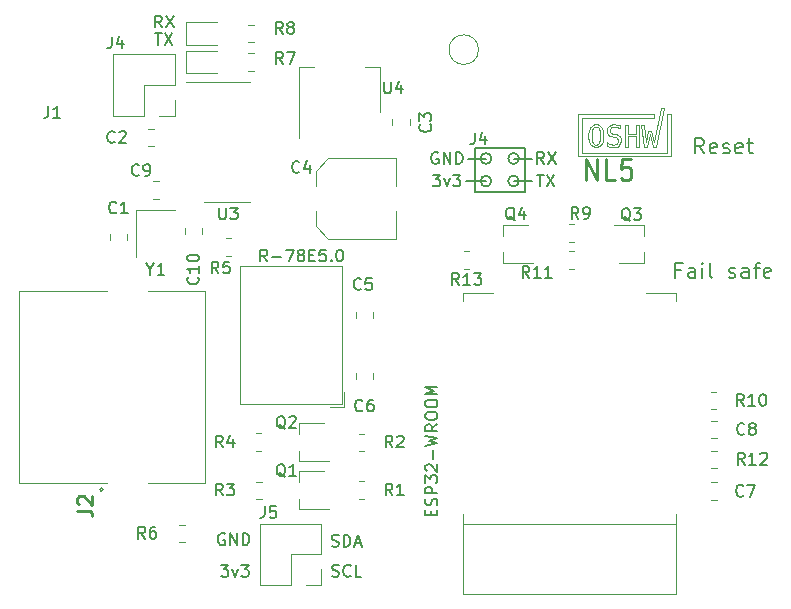
<source format=gto>
G04 #@! TF.GenerationSoftware,KiCad,Pcbnew,(6.0.1-0)*
G04 #@! TF.CreationDate,2022-04-29T09:17:41+02:00*
G04 #@! TF.ProjectId,ithowifi_4l,6974686f-7769-4666-995f-346c2e6b6963,rev?*
G04 #@! TF.SameCoordinates,Original*
G04 #@! TF.FileFunction,Legend,Top*
G04 #@! TF.FilePolarity,Positive*
%FSLAX46Y46*%
G04 Gerber Fmt 4.6, Leading zero omitted, Abs format (unit mm)*
G04 Created by KiCad (PCBNEW (6.0.1-0)) date 2022-04-29 09:17:41*
%MOMM*%
%LPD*%
G01*
G04 APERTURE LIST*
%ADD10C,0.150000*%
%ADD11C,0.120000*%
%ADD12C,0.223242*%
%ADD13C,0.254000*%
%ADD14C,0.100000*%
%ADD15C,0.200000*%
G04 APERTURE END LIST*
D10*
X90043000Y-118364000D02*
X90043000Y-118491000D01*
X91389905Y-119253000D02*
G75*
G03*
X91389905Y-119253000I-457905J0D01*
G01*
X93726000Y-121158000D02*
G75*
G03*
X93726000Y-121158000I-457905J0D01*
G01*
X93726000Y-119253000D02*
G75*
G03*
X93726000Y-119253000I-457905J0D01*
G01*
D11*
X99651693Y-116889581D02*
X99740710Y-116629383D01*
X102694384Y-116385188D02*
X102694384Y-116385188D01*
X101214941Y-118170605D02*
X101192894Y-118161511D01*
X100232672Y-116554961D02*
X100191605Y-116554961D01*
X104816910Y-117136774D02*
X104566364Y-118237000D01*
X100164321Y-116351558D02*
X100232672Y-116351558D01*
X99972500Y-117923361D02*
X100068964Y-118025621D01*
X102358713Y-117731286D02*
X102358713Y-117789401D01*
X100569740Y-117662655D02*
X100590964Y-117400273D01*
X99875487Y-117225267D02*
X99875487Y-117312897D01*
X101486960Y-117058542D02*
X101697805Y-117148356D01*
X99076500Y-115791031D02*
X105179825Y-115791031D01*
X102222285Y-118111067D02*
X102195000Y-118134232D01*
X100673372Y-118074389D02*
X100506078Y-118213327D01*
X101456917Y-118244722D02*
X101434869Y-118240048D01*
X101266477Y-117195499D02*
X101198405Y-117076982D01*
X102119211Y-117694050D02*
X102058297Y-117547187D01*
X101437902Y-117318130D02*
X101305339Y-117234919D01*
X100814205Y-117735147D02*
X100724629Y-117995040D01*
X104685389Y-116893696D02*
X104946907Y-116893696D01*
X100520683Y-116758923D02*
X100506626Y-116729967D01*
X101475667Y-117047772D02*
X101486960Y-117058542D01*
X102195000Y-118134232D02*
X102167715Y-118157346D01*
X102119211Y-117747237D02*
X102119211Y-117694050D01*
X101617602Y-117381528D02*
X101437902Y-117318130D01*
X103883917Y-118237000D02*
X103632000Y-118237000D01*
X101718750Y-118273119D02*
X101653157Y-118273119D01*
X99896153Y-116963139D02*
X99875487Y-117225267D01*
X100396385Y-118025875D02*
X100492570Y-117924733D01*
X100301023Y-118272865D02*
X100232672Y-118272865D01*
X104474569Y-117888360D02*
X104685389Y-116893696D01*
X100506078Y-116411096D02*
X100673372Y-116550034D01*
X101762296Y-116555266D02*
X101633309Y-116576196D01*
X100699006Y-116589709D02*
X100724629Y-116629383D01*
X101659766Y-118069716D02*
X101718750Y-118069716D01*
X100724629Y-116629383D02*
X100814205Y-116889581D01*
X102013928Y-117985388D02*
X102031292Y-117971062D01*
X100492570Y-116700757D02*
X100396385Y-116598548D01*
X101169460Y-116842997D02*
X101210806Y-116675713D01*
X100191605Y-116554961D02*
X100068964Y-116598548D01*
X99740710Y-117996107D02*
X99651693Y-117736519D01*
X100569740Y-116963139D02*
X100520683Y-116758923D01*
X100506078Y-118213327D02*
X100301023Y-118272865D01*
X101728671Y-117155824D02*
X101860136Y-117185593D01*
X101169460Y-116898928D02*
X101169460Y-116842997D01*
X101835605Y-116352117D02*
X101984160Y-116372793D01*
X101887421Y-118048481D02*
X101996286Y-117999459D01*
X101994081Y-118238372D02*
X101787371Y-118273119D01*
X103632000Y-117144241D02*
X103632000Y-116385188D01*
X101434321Y-116734692D02*
X101408687Y-116828926D01*
X101363490Y-116476983D02*
X101530231Y-116389353D01*
X102058297Y-117547187D02*
X102046171Y-117535046D01*
X100590964Y-117225267D02*
X100569740Y-116963139D01*
X100164046Y-118272865D02*
X99958997Y-118213327D01*
X106250029Y-118757639D02*
X99076500Y-118757639D01*
X99958444Y-117894456D02*
X99972500Y-117923361D01*
X102252053Y-116448586D02*
X102252053Y-116702993D01*
X100590964Y-117312897D02*
X100590964Y-117312897D01*
X101478694Y-118249395D02*
X101456917Y-118244722D01*
X100396385Y-116598548D02*
X100273464Y-116554961D01*
X102946301Y-118237000D02*
X102694384Y-118237000D01*
X99896153Y-117661538D02*
X99944382Y-117865246D01*
X105305504Y-118237000D02*
X105068471Y-118237000D01*
X103632000Y-118237000D02*
X103632000Y-117355061D01*
X102022747Y-116592452D02*
X102003723Y-116586153D01*
X102031292Y-117971062D02*
X102092750Y-117882873D01*
X102328944Y-117530372D02*
X102358713Y-117680842D01*
D10*
X90932000Y-119253000D02*
X89408000Y-119253000D01*
D11*
X102946301Y-117144241D02*
X103632000Y-117144241D01*
X102092750Y-117882873D02*
X102119211Y-117781172D01*
X100520683Y-117866617D02*
X100569740Y-117662655D01*
X100232672Y-118272865D02*
X100164046Y-118272865D01*
X101633309Y-116576196D02*
X101528859Y-116624456D01*
X99958997Y-118213327D02*
X99791703Y-118075253D01*
X101286046Y-117215361D02*
X101266477Y-117195499D01*
X101408687Y-116860371D02*
X101408687Y-116907209D01*
X105179825Y-115473531D02*
X98759000Y-115473531D01*
X104297073Y-116385188D02*
X104474569Y-117888360D01*
X105179825Y-115791031D02*
X105179825Y-115473531D01*
X105068471Y-118237000D02*
X104816910Y-117136774D01*
X104329281Y-118237000D02*
X104052878Y-116385188D01*
X99651693Y-117736519D02*
X99613654Y-117418714D01*
X102003997Y-116376958D02*
X102023570Y-116380819D01*
X100273464Y-116554961D02*
X100232672Y-116554961D01*
X100852788Y-117312897D02*
X100852788Y-117312897D01*
X102085033Y-117263571D02*
X102219800Y-117354807D01*
X105761079Y-115009371D02*
X106005274Y-115009371D01*
X101792059Y-116555266D02*
X101762296Y-116555266D01*
X99791703Y-118075253D02*
X99766343Y-118035832D01*
X101528859Y-116624456D02*
X101511770Y-116638477D01*
X100724629Y-117995040D02*
X100699006Y-118034715D01*
X100590964Y-117312897D02*
X100590964Y-117225267D01*
X101464364Y-117037003D02*
X101475667Y-117047772D01*
X101408687Y-116907209D02*
X101464364Y-117037003D01*
X100232672Y-116351558D02*
X100301023Y-116351558D01*
D10*
X90043000Y-118491000D02*
X90043000Y-122047000D01*
D11*
X101408687Y-116828926D02*
X101408687Y-116860371D01*
D10*
X91389905Y-121158000D02*
G75*
G03*
X91389905Y-121158000I-457905J0D01*
G01*
D11*
X101946954Y-117470276D02*
X101824033Y-117428925D01*
X106256633Y-115473531D02*
X106250029Y-118757639D01*
X101824033Y-117428925D02*
X101794264Y-117422321D01*
X102167715Y-118157346D02*
X101994081Y-118238372D01*
X106005274Y-115009371D02*
X105305504Y-118237000D01*
X103632000Y-116385188D02*
X103883917Y-116385188D01*
X101779659Y-116352117D02*
X101835605Y-116352117D01*
X100492570Y-117924733D02*
X100506626Y-117895827D01*
X102023570Y-116380819D02*
X102230280Y-116440611D01*
X103883917Y-116385188D02*
X103883917Y-118237000D01*
X104052878Y-116385188D02*
X104052878Y-116385188D01*
X100852788Y-117207081D02*
X100852788Y-117312897D01*
X102239648Y-117376550D02*
X102259490Y-117398089D01*
X102219800Y-117354807D02*
X102239648Y-117376550D01*
X99875487Y-117312897D02*
X99875487Y-117400019D01*
X101434869Y-118240048D02*
X101214941Y-118170605D01*
X106567529Y-115473531D02*
X106256633Y-115473531D01*
X101483104Y-118034461D02*
X101659766Y-118069716D01*
X101811353Y-116555266D02*
X101792059Y-116555266D01*
X101335657Y-116502079D02*
X101363490Y-116476983D01*
X100068964Y-116598548D02*
X99972500Y-116700757D01*
X101996286Y-117999459D02*
X102013928Y-117985388D01*
X99766343Y-118035832D02*
X99740710Y-117996107D01*
X100068964Y-118025621D02*
X100191605Y-118069462D01*
X100506626Y-117895827D02*
X100520683Y-117866617D01*
X101461885Y-118027552D02*
X101483104Y-118034461D01*
X99613654Y-117312897D02*
X99613654Y-117207081D01*
X101511770Y-116638477D02*
X101494407Y-116651989D01*
X101198405Y-117076982D02*
X101169460Y-116943327D01*
X102946301Y-116385188D02*
X102946301Y-117144241D01*
X101718750Y-118069716D02*
X101760914Y-118069716D01*
D10*
X94234000Y-122047000D02*
X94234000Y-118364000D01*
D11*
X101307819Y-116526869D02*
X101335657Y-116502079D01*
X98759000Y-119075139D02*
X106567529Y-119075139D01*
X100273464Y-118069462D02*
X100396385Y-118025875D01*
X99076500Y-118757639D02*
X99076500Y-115791031D01*
X101530231Y-116389353D02*
X101717094Y-116352117D01*
X99613654Y-117207081D02*
X99651693Y-116889581D01*
X100814205Y-116889581D02*
X100852788Y-117207081D01*
X101494407Y-116651989D02*
X101434321Y-116734692D01*
X101653157Y-118273119D02*
X101478694Y-118249395D01*
X98759000Y-115473531D02*
X98759000Y-115473531D01*
X102003723Y-116586153D02*
X101811353Y-116555266D01*
X102694384Y-118237000D02*
X102694384Y-116385188D01*
X101440661Y-118020389D02*
X101461885Y-118027552D01*
X101697805Y-117148356D02*
X101728671Y-117155824D01*
X99958444Y-116729967D02*
X99944382Y-116758923D01*
X102946301Y-117355061D02*
X102946301Y-118237000D01*
X101984160Y-116372793D02*
X102003997Y-116376958D01*
X102259490Y-117398089D02*
X102328944Y-117530372D01*
X99740710Y-116629383D02*
X99766343Y-116589709D01*
X99959820Y-116411096D02*
X100164321Y-116351558D01*
X99875487Y-117400019D02*
X99896153Y-117661538D01*
X104566364Y-118237000D02*
X104329281Y-118237000D01*
D10*
X94234000Y-118364000D02*
X90043000Y-118364000D01*
D11*
X101169460Y-116943327D02*
X101169460Y-116898928D01*
X101210806Y-116675713D02*
X101307819Y-116526869D01*
X102230280Y-116440611D02*
X102252053Y-116448891D01*
X100191605Y-118069462D02*
X100232672Y-118069462D01*
X101660599Y-117391180D02*
X101617602Y-117381528D01*
X102358713Y-117680842D02*
X102358713Y-117731286D01*
D10*
X93268095Y-121158000D02*
X94869000Y-121158000D01*
D11*
X99766343Y-116589709D02*
X99791977Y-116550034D01*
X101192894Y-118161511D02*
X101192894Y-117894964D01*
X101903408Y-117195499D02*
X102085033Y-117263571D01*
X102252053Y-116702993D02*
X102233029Y-116690597D01*
X103632000Y-117355061D02*
X102946301Y-117355061D01*
X99791977Y-116550034D02*
X99959820Y-116411096D01*
X100301023Y-116351558D02*
X100506078Y-116411096D01*
X98759000Y-115473531D02*
X98759000Y-119075139D01*
X100852788Y-117418460D02*
X100814205Y-117735147D01*
X99944382Y-116758923D02*
X99896153Y-116963139D01*
D10*
X90932000Y-121158000D02*
X89281000Y-121158000D01*
D11*
X102034040Y-117522651D02*
X101946954Y-117470276D01*
X102041762Y-116598548D02*
X102022747Y-116592452D01*
X101305339Y-117234919D02*
X101286046Y-117215361D01*
X102358713Y-117789401D02*
X102317646Y-117963899D01*
X101717094Y-116352117D02*
X101779659Y-116352117D01*
X101216592Y-117909848D02*
X101440661Y-118020389D01*
X102046171Y-117535046D02*
X102034040Y-117522651D01*
X101787371Y-118273119D02*
X101718750Y-118273119D01*
X104052878Y-116385188D02*
X104297073Y-116385188D01*
X102694384Y-116385188D02*
X102946301Y-116385188D01*
X106567529Y-119075139D02*
X106567529Y-115473531D01*
X104946907Y-116893696D02*
X105160267Y-117890849D01*
X100673372Y-116550034D02*
X100699006Y-116589709D01*
D10*
X93268095Y-119253000D02*
X94869000Y-119253000D01*
D11*
X102233029Y-116690597D02*
X102041762Y-116598548D01*
X99613654Y-117418714D02*
X99613654Y-117312897D01*
X100699006Y-118034715D02*
X100673372Y-118074389D01*
X102317646Y-117963899D02*
X102222285Y-118111067D01*
X101794264Y-117422321D02*
X101660599Y-117391180D01*
X100852788Y-117312897D02*
X100852788Y-117418460D01*
D10*
X90043000Y-122047000D02*
X94234000Y-122047000D01*
D11*
X102252053Y-116448891D02*
X102252053Y-116448586D01*
X101760914Y-118069716D02*
X101887421Y-118048481D01*
X101192894Y-117894964D02*
X101216592Y-117909848D01*
X99972500Y-116700757D02*
X99958444Y-116729967D01*
X105160267Y-117890849D02*
X105761079Y-115009371D01*
X101860136Y-117185593D02*
X101903408Y-117195499D01*
X99944382Y-117865246D02*
X99958444Y-117894456D01*
X100232672Y-118069462D02*
X100273464Y-118069462D01*
X102119211Y-117781172D02*
X102119211Y-117747237D01*
X100590964Y-117400273D02*
X100590964Y-117312897D01*
X100506626Y-116729967D02*
X100492570Y-116700757D01*
D10*
X77905123Y-154608161D02*
X78047980Y-154655780D01*
X78286076Y-154655780D01*
X78381314Y-154608161D01*
X78428933Y-154560542D01*
X78476552Y-154465304D01*
X78476552Y-154370066D01*
X78428933Y-154274828D01*
X78381314Y-154227209D01*
X78286076Y-154179590D01*
X78095600Y-154131971D01*
X78000361Y-154084352D01*
X77952742Y-154036733D01*
X77905123Y-153941495D01*
X77905123Y-153846257D01*
X77952742Y-153751019D01*
X78000361Y-153703400D01*
X78095600Y-153655780D01*
X78333695Y-153655780D01*
X78476552Y-153703400D01*
X79476552Y-154560542D02*
X79428933Y-154608161D01*
X79286076Y-154655780D01*
X79190838Y-154655780D01*
X79047980Y-154608161D01*
X78952742Y-154512923D01*
X78905123Y-154417685D01*
X78857504Y-154227209D01*
X78857504Y-154084352D01*
X78905123Y-153893876D01*
X78952742Y-153798638D01*
X79047980Y-153703400D01*
X79190838Y-153655780D01*
X79286076Y-153655780D01*
X79428933Y-153703400D01*
X79476552Y-153751019D01*
X80381314Y-154655780D02*
X79905123Y-154655780D01*
X79905123Y-153655780D01*
X77881314Y-152068161D02*
X78024171Y-152115780D01*
X78262266Y-152115780D01*
X78357504Y-152068161D01*
X78405123Y-152020542D01*
X78452742Y-151925304D01*
X78452742Y-151830066D01*
X78405123Y-151734828D01*
X78357504Y-151687209D01*
X78262266Y-151639590D01*
X78071790Y-151591971D01*
X77976552Y-151544352D01*
X77928933Y-151496733D01*
X77881314Y-151401495D01*
X77881314Y-151306257D01*
X77928933Y-151211019D01*
X77976552Y-151163400D01*
X78071790Y-151115780D01*
X78309885Y-151115780D01*
X78452742Y-151163400D01*
X78881314Y-152115780D02*
X78881314Y-151115780D01*
X79119409Y-151115780D01*
X79262266Y-151163400D01*
X79357504Y-151258638D01*
X79405123Y-151353876D01*
X79452742Y-151544352D01*
X79452742Y-151687209D01*
X79405123Y-151877685D01*
X79357504Y-151972923D01*
X79262266Y-152068161D01*
X79119409Y-152115780D01*
X78881314Y-152115780D01*
X79833695Y-151830066D02*
X80309885Y-151830066D01*
X79738457Y-152115780D02*
X80071790Y-151115780D01*
X80405123Y-152115780D01*
X68808695Y-151036400D02*
X68713457Y-150988780D01*
X68570600Y-150988780D01*
X68427742Y-151036400D01*
X68332504Y-151131638D01*
X68284885Y-151226876D01*
X68237266Y-151417352D01*
X68237266Y-151560209D01*
X68284885Y-151750685D01*
X68332504Y-151845923D01*
X68427742Y-151941161D01*
X68570600Y-151988780D01*
X68665838Y-151988780D01*
X68808695Y-151941161D01*
X68856314Y-151893542D01*
X68856314Y-151560209D01*
X68665838Y-151560209D01*
X69284885Y-151988780D02*
X69284885Y-150988780D01*
X69856314Y-151988780D01*
X69856314Y-150988780D01*
X70332504Y-151988780D02*
X70332504Y-150988780D01*
X70570600Y-150988780D01*
X70713457Y-151036400D01*
X70808695Y-151131638D01*
X70856314Y-151226876D01*
X70903933Y-151417352D01*
X70903933Y-151560209D01*
X70856314Y-151750685D01*
X70808695Y-151845923D01*
X70713457Y-151941161D01*
X70570600Y-151988780D01*
X70332504Y-151988780D01*
X68507123Y-153655780D02*
X69126171Y-153655780D01*
X68792838Y-154036733D01*
X68935695Y-154036733D01*
X69030933Y-154084352D01*
X69078552Y-154131971D01*
X69126171Y-154227209D01*
X69126171Y-154465304D01*
X69078552Y-154560542D01*
X69030933Y-154608161D01*
X68935695Y-154655780D01*
X68649980Y-154655780D01*
X68554742Y-154608161D01*
X68507123Y-154560542D01*
X69459504Y-153989114D02*
X69697600Y-154655780D01*
X69935695Y-153989114D01*
X70221409Y-153655780D02*
X70840457Y-153655780D01*
X70507123Y-154036733D01*
X70649980Y-154036733D01*
X70745219Y-154084352D01*
X70792838Y-154131971D01*
X70840457Y-154227209D01*
X70840457Y-154465304D01*
X70792838Y-154560542D01*
X70745219Y-154608161D01*
X70649980Y-154655780D01*
X70364266Y-154655780D01*
X70269028Y-154608161D01*
X70221409Y-154560542D01*
X86868095Y-118753000D02*
X86772857Y-118705380D01*
X86630000Y-118705380D01*
X86487142Y-118753000D01*
X86391904Y-118848238D01*
X86344285Y-118943476D01*
X86296666Y-119133952D01*
X86296666Y-119276809D01*
X86344285Y-119467285D01*
X86391904Y-119562523D01*
X86487142Y-119657761D01*
X86630000Y-119705380D01*
X86725238Y-119705380D01*
X86868095Y-119657761D01*
X86915714Y-119610142D01*
X86915714Y-119276809D01*
X86725238Y-119276809D01*
X87344285Y-119705380D02*
X87344285Y-118705380D01*
X87915714Y-119705380D01*
X87915714Y-118705380D01*
X88391904Y-119705380D02*
X88391904Y-118705380D01*
X88630000Y-118705380D01*
X88772857Y-118753000D01*
X88868095Y-118848238D01*
X88915714Y-118943476D01*
X88963333Y-119133952D01*
X88963333Y-119276809D01*
X88915714Y-119467285D01*
X88868095Y-119562523D01*
X88772857Y-119657761D01*
X88630000Y-119705380D01*
X88391904Y-119705380D01*
X86439523Y-120610380D02*
X87058571Y-120610380D01*
X86725238Y-120991333D01*
X86868095Y-120991333D01*
X86963333Y-121038952D01*
X87010952Y-121086571D01*
X87058571Y-121181809D01*
X87058571Y-121419904D01*
X87010952Y-121515142D01*
X86963333Y-121562761D01*
X86868095Y-121610380D01*
X86582380Y-121610380D01*
X86487142Y-121562761D01*
X86439523Y-121515142D01*
X87391904Y-120943714D02*
X87630000Y-121610380D01*
X87868095Y-120943714D01*
X88153809Y-120610380D02*
X88772857Y-120610380D01*
X88439523Y-120991333D01*
X88582380Y-120991333D01*
X88677619Y-121038952D01*
X88725238Y-121086571D01*
X88772857Y-121181809D01*
X88772857Y-121419904D01*
X88725238Y-121515142D01*
X88677619Y-121562761D01*
X88582380Y-121610380D01*
X88296666Y-121610380D01*
X88201428Y-121562761D01*
X88153809Y-121515142D01*
X95845333Y-119705380D02*
X95512000Y-119229190D01*
X95273904Y-119705380D02*
X95273904Y-118705380D01*
X95654857Y-118705380D01*
X95750095Y-118753000D01*
X95797714Y-118800619D01*
X95845333Y-118895857D01*
X95845333Y-119038714D01*
X95797714Y-119133952D01*
X95750095Y-119181571D01*
X95654857Y-119229190D01*
X95273904Y-119229190D01*
X96178666Y-118705380D02*
X96845333Y-119705380D01*
X96845333Y-118705380D02*
X96178666Y-119705380D01*
X95250095Y-120610380D02*
X95821523Y-120610380D01*
X95535809Y-121610380D02*
X95535809Y-120610380D01*
X96059619Y-120610380D02*
X96726285Y-121610380D01*
X96726285Y-120610380D02*
X96059619Y-121610380D01*
X89963666Y-117054380D02*
X89963666Y-117768666D01*
X89916047Y-117911523D01*
X89820809Y-118006761D01*
X89677952Y-118054380D01*
X89582714Y-118054380D01*
X90868428Y-117387714D02*
X90868428Y-118054380D01*
X90630333Y-117006761D02*
X90392238Y-117721047D01*
X91011285Y-117721047D01*
D12*
X99427132Y-121050837D02*
X99427132Y-119264897D01*
X100345616Y-121050837D01*
X100345616Y-119264897D01*
X101876421Y-121050837D02*
X101111019Y-121050837D01*
X101111019Y-119264897D01*
X103177606Y-119264897D02*
X102412203Y-119264897D01*
X102335663Y-120115344D01*
X102412203Y-120030300D01*
X102565284Y-119945255D01*
X102947985Y-119945255D01*
X103101066Y-120030300D01*
X103177606Y-120115344D01*
X103254147Y-120285434D01*
X103254147Y-120710658D01*
X103177606Y-120880747D01*
X103101066Y-120965792D01*
X102947985Y-121050837D01*
X102565284Y-121050837D01*
X102412203Y-120965792D01*
X102335663Y-120880747D01*
D10*
X86288571Y-149470380D02*
X86288571Y-149137047D01*
X86812380Y-148994190D02*
X86812380Y-149470380D01*
X85812380Y-149470380D01*
X85812380Y-148994190D01*
X86764761Y-148613238D02*
X86812380Y-148470380D01*
X86812380Y-148232285D01*
X86764761Y-148137047D01*
X86717142Y-148089428D01*
X86621904Y-148041809D01*
X86526666Y-148041809D01*
X86431428Y-148089428D01*
X86383809Y-148137047D01*
X86336190Y-148232285D01*
X86288571Y-148422761D01*
X86240952Y-148518000D01*
X86193333Y-148565619D01*
X86098095Y-148613238D01*
X86002857Y-148613238D01*
X85907619Y-148565619D01*
X85860000Y-148518000D01*
X85812380Y-148422761D01*
X85812380Y-148184666D01*
X85860000Y-148041809D01*
X86812380Y-147613238D02*
X85812380Y-147613238D01*
X85812380Y-147232285D01*
X85860000Y-147137047D01*
X85907619Y-147089428D01*
X86002857Y-147041809D01*
X86145714Y-147041809D01*
X86240952Y-147089428D01*
X86288571Y-147137047D01*
X86336190Y-147232285D01*
X86336190Y-147613238D01*
X85812380Y-146708476D02*
X85812380Y-146089428D01*
X86193333Y-146422761D01*
X86193333Y-146279904D01*
X86240952Y-146184666D01*
X86288571Y-146137047D01*
X86383809Y-146089428D01*
X86621904Y-146089428D01*
X86717142Y-146137047D01*
X86764761Y-146184666D01*
X86812380Y-146279904D01*
X86812380Y-146565619D01*
X86764761Y-146660857D01*
X86717142Y-146708476D01*
X85907619Y-145708476D02*
X85860000Y-145660857D01*
X85812380Y-145565619D01*
X85812380Y-145327523D01*
X85860000Y-145232285D01*
X85907619Y-145184666D01*
X86002857Y-145137047D01*
X86098095Y-145137047D01*
X86240952Y-145184666D01*
X86812380Y-145756095D01*
X86812380Y-145137047D01*
X86431428Y-144708476D02*
X86431428Y-143946571D01*
X85812380Y-143565619D02*
X86812380Y-143327523D01*
X86098095Y-143137047D01*
X86812380Y-142946571D01*
X85812380Y-142708476D01*
X86812380Y-141756095D02*
X86336190Y-142089428D01*
X86812380Y-142327523D02*
X85812380Y-142327523D01*
X85812380Y-141946571D01*
X85860000Y-141851333D01*
X85907619Y-141803714D01*
X86002857Y-141756095D01*
X86145714Y-141756095D01*
X86240952Y-141803714D01*
X86288571Y-141851333D01*
X86336190Y-141946571D01*
X86336190Y-142327523D01*
X85812380Y-141137047D02*
X85812380Y-140946571D01*
X85860000Y-140851333D01*
X85955238Y-140756095D01*
X86145714Y-140708476D01*
X86479047Y-140708476D01*
X86669523Y-140756095D01*
X86764761Y-140851333D01*
X86812380Y-140946571D01*
X86812380Y-141137047D01*
X86764761Y-141232285D01*
X86669523Y-141327523D01*
X86479047Y-141375142D01*
X86145714Y-141375142D01*
X85955238Y-141327523D01*
X85860000Y-141232285D01*
X85812380Y-141137047D01*
X85812380Y-140089428D02*
X85812380Y-139898952D01*
X85860000Y-139803714D01*
X85955238Y-139708476D01*
X86145714Y-139660857D01*
X86479047Y-139660857D01*
X86669523Y-139708476D01*
X86764761Y-139803714D01*
X86812380Y-139898952D01*
X86812380Y-140089428D01*
X86764761Y-140184666D01*
X86669523Y-140279904D01*
X86479047Y-140327523D01*
X86145714Y-140327523D01*
X85955238Y-140279904D01*
X85860000Y-140184666D01*
X85812380Y-140089428D01*
X86812380Y-139232285D02*
X85812380Y-139232285D01*
X86526666Y-138898952D01*
X85812380Y-138565619D01*
X86812380Y-138565619D01*
X112751142Y-140186380D02*
X112417809Y-139710190D01*
X112179714Y-140186380D02*
X112179714Y-139186380D01*
X112560666Y-139186380D01*
X112655904Y-139234000D01*
X112703523Y-139281619D01*
X112751142Y-139376857D01*
X112751142Y-139519714D01*
X112703523Y-139614952D01*
X112655904Y-139662571D01*
X112560666Y-139710190D01*
X112179714Y-139710190D01*
X113703523Y-140186380D02*
X113132095Y-140186380D01*
X113417809Y-140186380D02*
X113417809Y-139186380D01*
X113322571Y-139329238D01*
X113227333Y-139424476D01*
X113132095Y-139472095D01*
X114322571Y-139186380D02*
X114417809Y-139186380D01*
X114513047Y-139234000D01*
X114560666Y-139281619D01*
X114608285Y-139376857D01*
X114655904Y-139567333D01*
X114655904Y-139805428D01*
X114608285Y-139995904D01*
X114560666Y-140091142D01*
X114513047Y-140138761D01*
X114417809Y-140186380D01*
X114322571Y-140186380D01*
X114227333Y-140138761D01*
X114179714Y-140091142D01*
X114132095Y-139995904D01*
X114084476Y-139805428D01*
X114084476Y-139567333D01*
X114132095Y-139376857D01*
X114179714Y-139281619D01*
X114227333Y-139234000D01*
X114322571Y-139186380D01*
X72183666Y-148677380D02*
X72183666Y-149391666D01*
X72136047Y-149534523D01*
X72040809Y-149629761D01*
X71897952Y-149677380D01*
X71802714Y-149677380D01*
X73136047Y-148677380D02*
X72659857Y-148677380D01*
X72612238Y-149153571D01*
X72659857Y-149105952D01*
X72755095Y-149058333D01*
X72993190Y-149058333D01*
X73088428Y-149105952D01*
X73136047Y-149153571D01*
X73183666Y-149248809D01*
X73183666Y-149486904D01*
X73136047Y-149582142D01*
X73088428Y-149629761D01*
X72993190Y-149677380D01*
X72755095Y-149677380D01*
X72659857Y-149629761D01*
X72612238Y-149582142D01*
X80351333Y-130278142D02*
X80303714Y-130325761D01*
X80160857Y-130373380D01*
X80065619Y-130373380D01*
X79922761Y-130325761D01*
X79827523Y-130230523D01*
X79779904Y-130135285D01*
X79732285Y-129944809D01*
X79732285Y-129801952D01*
X79779904Y-129611476D01*
X79827523Y-129516238D01*
X79922761Y-129421000D01*
X80065619Y-129373380D01*
X80160857Y-129373380D01*
X80303714Y-129421000D01*
X80351333Y-129468619D01*
X81256095Y-129373380D02*
X80779904Y-129373380D01*
X80732285Y-129849571D01*
X80779904Y-129801952D01*
X80875142Y-129754333D01*
X81113238Y-129754333D01*
X81208476Y-129801952D01*
X81256095Y-129849571D01*
X81303714Y-129944809D01*
X81303714Y-130182904D01*
X81256095Y-130278142D01*
X81208476Y-130325761D01*
X81113238Y-130373380D01*
X80875142Y-130373380D01*
X80779904Y-130325761D01*
X80732285Y-130278142D01*
X112831642Y-145168880D02*
X112498309Y-144692690D01*
X112260214Y-145168880D02*
X112260214Y-144168880D01*
X112641166Y-144168880D01*
X112736404Y-144216500D01*
X112784023Y-144264119D01*
X112831642Y-144359357D01*
X112831642Y-144502214D01*
X112784023Y-144597452D01*
X112736404Y-144645071D01*
X112641166Y-144692690D01*
X112260214Y-144692690D01*
X113784023Y-145168880D02*
X113212595Y-145168880D01*
X113498309Y-145168880D02*
X113498309Y-144168880D01*
X113403071Y-144311738D01*
X113307833Y-144406976D01*
X113212595Y-144454595D01*
X114164976Y-144264119D02*
X114212595Y-144216500D01*
X114307833Y-144168880D01*
X114545928Y-144168880D01*
X114641166Y-144216500D01*
X114688785Y-144264119D01*
X114736404Y-144359357D01*
X114736404Y-144454595D01*
X114688785Y-144597452D01*
X114117357Y-145168880D01*
X114736404Y-145168880D01*
X88644642Y-129957380D02*
X88311309Y-129481190D01*
X88073214Y-129957380D02*
X88073214Y-128957380D01*
X88454166Y-128957380D01*
X88549404Y-129005000D01*
X88597023Y-129052619D01*
X88644642Y-129147857D01*
X88644642Y-129290714D01*
X88597023Y-129385952D01*
X88549404Y-129433571D01*
X88454166Y-129481190D01*
X88073214Y-129481190D01*
X89597023Y-129957380D02*
X89025595Y-129957380D01*
X89311309Y-129957380D02*
X89311309Y-128957380D01*
X89216071Y-129100238D01*
X89120833Y-129195476D01*
X89025595Y-129243095D01*
X89930357Y-128957380D02*
X90549404Y-128957380D01*
X90216071Y-129338333D01*
X90358928Y-129338333D01*
X90454166Y-129385952D01*
X90501785Y-129433571D01*
X90549404Y-129528809D01*
X90549404Y-129766904D01*
X90501785Y-129862142D01*
X90454166Y-129909761D01*
X90358928Y-129957380D01*
X90073214Y-129957380D01*
X89977976Y-129909761D01*
X89930357Y-129862142D01*
X53870266Y-114793780D02*
X53870266Y-115508066D01*
X53822647Y-115650923D01*
X53727409Y-115746161D01*
X53584552Y-115793780D01*
X53489314Y-115793780D01*
X54870266Y-115793780D02*
X54298838Y-115793780D01*
X54584552Y-115793780D02*
X54584552Y-114793780D01*
X54489314Y-114936638D01*
X54394076Y-115031876D01*
X54298838Y-115079495D01*
X112719333Y-147774642D02*
X112671714Y-147822261D01*
X112528857Y-147869880D01*
X112433619Y-147869880D01*
X112290761Y-147822261D01*
X112195523Y-147727023D01*
X112147904Y-147631785D01*
X112100285Y-147441309D01*
X112100285Y-147298452D01*
X112147904Y-147107976D01*
X112195523Y-147012738D01*
X112290761Y-146917500D01*
X112433619Y-146869880D01*
X112528857Y-146869880D01*
X112671714Y-146917500D01*
X112719333Y-146965119D01*
X113052666Y-146869880D02*
X113719333Y-146869880D01*
X113290761Y-147869880D01*
X73945761Y-142152619D02*
X73850523Y-142105000D01*
X73755285Y-142009761D01*
X73612428Y-141866904D01*
X73517190Y-141819285D01*
X73421952Y-141819285D01*
X73469571Y-142057380D02*
X73374333Y-142009761D01*
X73279095Y-141914523D01*
X73231476Y-141724047D01*
X73231476Y-141390714D01*
X73279095Y-141200238D01*
X73374333Y-141105000D01*
X73469571Y-141057380D01*
X73660047Y-141057380D01*
X73755285Y-141105000D01*
X73850523Y-141200238D01*
X73898142Y-141390714D01*
X73898142Y-141724047D01*
X73850523Y-141914523D01*
X73755285Y-142009761D01*
X73660047Y-142057380D01*
X73469571Y-142057380D01*
X74279095Y-141152619D02*
X74326714Y-141105000D01*
X74421952Y-141057380D01*
X74660047Y-141057380D01*
X74755285Y-141105000D01*
X74802904Y-141152619D01*
X74850523Y-141247857D01*
X74850523Y-141343095D01*
X74802904Y-141485952D01*
X74231476Y-142057380D01*
X74850523Y-142057380D01*
X73945761Y-146216619D02*
X73850523Y-146169000D01*
X73755285Y-146073761D01*
X73612428Y-145930904D01*
X73517190Y-145883285D01*
X73421952Y-145883285D01*
X73469571Y-146121380D02*
X73374333Y-146073761D01*
X73279095Y-145978523D01*
X73231476Y-145788047D01*
X73231476Y-145454714D01*
X73279095Y-145264238D01*
X73374333Y-145169000D01*
X73469571Y-145121380D01*
X73660047Y-145121380D01*
X73755285Y-145169000D01*
X73850523Y-145264238D01*
X73898142Y-145454714D01*
X73898142Y-145788047D01*
X73850523Y-145978523D01*
X73755285Y-146073761D01*
X73660047Y-146121380D01*
X73469571Y-146121380D01*
X74850523Y-146121380D02*
X74279095Y-146121380D01*
X74564809Y-146121380D02*
X74564809Y-145121380D01*
X74469571Y-145264238D01*
X74374333Y-145359476D01*
X74279095Y-145407095D01*
X83018333Y-147772380D02*
X82685000Y-147296190D01*
X82446904Y-147772380D02*
X82446904Y-146772380D01*
X82827857Y-146772380D01*
X82923095Y-146820000D01*
X82970714Y-146867619D01*
X83018333Y-146962857D01*
X83018333Y-147105714D01*
X82970714Y-147200952D01*
X82923095Y-147248571D01*
X82827857Y-147296190D01*
X82446904Y-147296190D01*
X83970714Y-147772380D02*
X83399285Y-147772380D01*
X83685000Y-147772380D02*
X83685000Y-146772380D01*
X83589761Y-146915238D01*
X83494523Y-147010476D01*
X83399285Y-147058095D01*
X83018333Y-143708380D02*
X82685000Y-143232190D01*
X82446904Y-143708380D02*
X82446904Y-142708380D01*
X82827857Y-142708380D01*
X82923095Y-142756000D01*
X82970714Y-142803619D01*
X83018333Y-142898857D01*
X83018333Y-143041714D01*
X82970714Y-143136952D01*
X82923095Y-143184571D01*
X82827857Y-143232190D01*
X82446904Y-143232190D01*
X83399285Y-142803619D02*
X83446904Y-142756000D01*
X83542142Y-142708380D01*
X83780238Y-142708380D01*
X83875476Y-142756000D01*
X83923095Y-142803619D01*
X83970714Y-142898857D01*
X83970714Y-142994095D01*
X83923095Y-143136952D01*
X83351666Y-143708380D01*
X83970714Y-143708380D01*
X68667333Y-147772380D02*
X68334000Y-147296190D01*
X68095904Y-147772380D02*
X68095904Y-146772380D01*
X68476857Y-146772380D01*
X68572095Y-146820000D01*
X68619714Y-146867619D01*
X68667333Y-146962857D01*
X68667333Y-147105714D01*
X68619714Y-147200952D01*
X68572095Y-147248571D01*
X68476857Y-147296190D01*
X68095904Y-147296190D01*
X69000666Y-146772380D02*
X69619714Y-146772380D01*
X69286380Y-147153333D01*
X69429238Y-147153333D01*
X69524476Y-147200952D01*
X69572095Y-147248571D01*
X69619714Y-147343809D01*
X69619714Y-147581904D01*
X69572095Y-147677142D01*
X69524476Y-147724761D01*
X69429238Y-147772380D01*
X69143523Y-147772380D01*
X69048285Y-147724761D01*
X69000666Y-147677142D01*
X68286333Y-128976380D02*
X67953000Y-128500190D01*
X67714904Y-128976380D02*
X67714904Y-127976380D01*
X68095857Y-127976380D01*
X68191095Y-128024000D01*
X68238714Y-128071619D01*
X68286333Y-128166857D01*
X68286333Y-128309714D01*
X68238714Y-128404952D01*
X68191095Y-128452571D01*
X68095857Y-128500190D01*
X67714904Y-128500190D01*
X69191095Y-127976380D02*
X68714904Y-127976380D01*
X68667285Y-128452571D01*
X68714904Y-128404952D01*
X68810142Y-128357333D01*
X69048238Y-128357333D01*
X69143476Y-128404952D01*
X69191095Y-128452571D01*
X69238714Y-128547809D01*
X69238714Y-128785904D01*
X69191095Y-128881142D01*
X69143476Y-128928761D01*
X69048238Y-128976380D01*
X68810142Y-128976380D01*
X68714904Y-128928761D01*
X68667285Y-128881142D01*
X82296095Y-112736380D02*
X82296095Y-113545904D01*
X82343714Y-113641142D01*
X82391333Y-113688761D01*
X82486571Y-113736380D01*
X82677047Y-113736380D01*
X82772285Y-113688761D01*
X82819904Y-113641142D01*
X82867523Y-113545904D01*
X82867523Y-112736380D01*
X83772285Y-113069714D02*
X83772285Y-113736380D01*
X83534190Y-112688761D02*
X83296095Y-113403047D01*
X83915142Y-113403047D01*
X62079633Y-151429980D02*
X61746300Y-150953790D01*
X61508204Y-151429980D02*
X61508204Y-150429980D01*
X61889157Y-150429980D01*
X61984395Y-150477600D01*
X62032014Y-150525219D01*
X62079633Y-150620457D01*
X62079633Y-150763314D01*
X62032014Y-150858552D01*
X61984395Y-150906171D01*
X61889157Y-150953790D01*
X61508204Y-150953790D01*
X62936776Y-150429980D02*
X62746300Y-150429980D01*
X62651061Y-150477600D01*
X62603442Y-150525219D01*
X62508204Y-150668076D01*
X62460585Y-150858552D01*
X62460585Y-151239504D01*
X62508204Y-151334742D01*
X62555823Y-151382361D01*
X62651061Y-151429980D01*
X62841538Y-151429980D01*
X62936776Y-151382361D01*
X62984395Y-151334742D01*
X63032014Y-151239504D01*
X63032014Y-151001409D01*
X62984395Y-150906171D01*
X62936776Y-150858552D01*
X62841538Y-150810933D01*
X62651061Y-150810933D01*
X62555823Y-150858552D01*
X62508204Y-150906171D01*
X62460585Y-151001409D01*
X72406238Y-127960380D02*
X72072904Y-127484190D01*
X71834809Y-127960380D02*
X71834809Y-126960380D01*
X72215761Y-126960380D01*
X72311000Y-127008000D01*
X72358619Y-127055619D01*
X72406238Y-127150857D01*
X72406238Y-127293714D01*
X72358619Y-127388952D01*
X72311000Y-127436571D01*
X72215761Y-127484190D01*
X71834809Y-127484190D01*
X72834809Y-127579428D02*
X73596714Y-127579428D01*
X73977666Y-126960380D02*
X74644333Y-126960380D01*
X74215761Y-127960380D01*
X75168142Y-127388952D02*
X75072904Y-127341333D01*
X75025285Y-127293714D01*
X74977666Y-127198476D01*
X74977666Y-127150857D01*
X75025285Y-127055619D01*
X75072904Y-127008000D01*
X75168142Y-126960380D01*
X75358619Y-126960380D01*
X75453857Y-127008000D01*
X75501476Y-127055619D01*
X75549095Y-127150857D01*
X75549095Y-127198476D01*
X75501476Y-127293714D01*
X75453857Y-127341333D01*
X75358619Y-127388952D01*
X75168142Y-127388952D01*
X75072904Y-127436571D01*
X75025285Y-127484190D01*
X74977666Y-127579428D01*
X74977666Y-127769904D01*
X75025285Y-127865142D01*
X75072904Y-127912761D01*
X75168142Y-127960380D01*
X75358619Y-127960380D01*
X75453857Y-127912761D01*
X75501476Y-127865142D01*
X75549095Y-127769904D01*
X75549095Y-127579428D01*
X75501476Y-127484190D01*
X75453857Y-127436571D01*
X75358619Y-127388952D01*
X75977666Y-127436571D02*
X76311000Y-127436571D01*
X76453857Y-127960380D02*
X75977666Y-127960380D01*
X75977666Y-126960380D01*
X76453857Y-126960380D01*
X77358619Y-126960380D02*
X76882428Y-126960380D01*
X76834809Y-127436571D01*
X76882428Y-127388952D01*
X76977666Y-127341333D01*
X77215761Y-127341333D01*
X77311000Y-127388952D01*
X77358619Y-127436571D01*
X77406238Y-127531809D01*
X77406238Y-127769904D01*
X77358619Y-127865142D01*
X77311000Y-127912761D01*
X77215761Y-127960380D01*
X76977666Y-127960380D01*
X76882428Y-127912761D01*
X76834809Y-127865142D01*
X77834809Y-127865142D02*
X77882428Y-127912761D01*
X77834809Y-127960380D01*
X77787190Y-127912761D01*
X77834809Y-127865142D01*
X77834809Y-127960380D01*
X78501476Y-126960380D02*
X78596714Y-126960380D01*
X78691952Y-127008000D01*
X78739571Y-127055619D01*
X78787190Y-127150857D01*
X78834809Y-127341333D01*
X78834809Y-127579428D01*
X78787190Y-127769904D01*
X78739571Y-127865142D01*
X78691952Y-127912761D01*
X78596714Y-127960380D01*
X78501476Y-127960380D01*
X78406238Y-127912761D01*
X78358619Y-127865142D01*
X78311000Y-127769904D01*
X78263380Y-127579428D01*
X78263380Y-127341333D01*
X78311000Y-127150857D01*
X78358619Y-127055619D01*
X78406238Y-127008000D01*
X78501476Y-126960380D01*
D13*
X56327523Y-149076833D02*
X57234666Y-149076833D01*
X57416095Y-149137309D01*
X57537047Y-149258261D01*
X57597523Y-149439690D01*
X57597523Y-149560642D01*
X56448476Y-148532547D02*
X56388000Y-148472071D01*
X56327523Y-148351119D01*
X56327523Y-148048738D01*
X56388000Y-147927785D01*
X56448476Y-147867309D01*
X56569428Y-147806833D01*
X56690380Y-147806833D01*
X56871809Y-147867309D01*
X57597523Y-148593023D01*
X57597523Y-147806833D01*
D10*
X68667333Y-143708380D02*
X68334000Y-143232190D01*
X68095904Y-143708380D02*
X68095904Y-142708380D01*
X68476857Y-142708380D01*
X68572095Y-142756000D01*
X68619714Y-142803619D01*
X68667333Y-142898857D01*
X68667333Y-143041714D01*
X68619714Y-143136952D01*
X68572095Y-143184571D01*
X68476857Y-143232190D01*
X68095904Y-143232190D01*
X69524476Y-143041714D02*
X69524476Y-143708380D01*
X69286380Y-142660761D02*
X69048285Y-143375047D01*
X69667333Y-143375047D01*
X80478333Y-140565142D02*
X80430714Y-140612761D01*
X80287857Y-140660380D01*
X80192619Y-140660380D01*
X80049761Y-140612761D01*
X79954523Y-140517523D01*
X79906904Y-140422285D01*
X79859285Y-140231809D01*
X79859285Y-140088952D01*
X79906904Y-139898476D01*
X79954523Y-139803238D01*
X80049761Y-139708000D01*
X80192619Y-139660380D01*
X80287857Y-139660380D01*
X80430714Y-139708000D01*
X80478333Y-139755619D01*
X81335476Y-139660380D02*
X81145000Y-139660380D01*
X81049761Y-139708000D01*
X81002142Y-139755619D01*
X80906904Y-139898476D01*
X80859285Y-140088952D01*
X80859285Y-140469904D01*
X80906904Y-140565142D01*
X80954523Y-140612761D01*
X81049761Y-140660380D01*
X81240238Y-140660380D01*
X81335476Y-140612761D01*
X81383095Y-140565142D01*
X81430714Y-140469904D01*
X81430714Y-140231809D01*
X81383095Y-140136571D01*
X81335476Y-140088952D01*
X81240238Y-140041333D01*
X81049761Y-140041333D01*
X80954523Y-140088952D01*
X80906904Y-140136571D01*
X80859285Y-140231809D01*
X86209142Y-116371666D02*
X86256761Y-116419285D01*
X86304380Y-116562142D01*
X86304380Y-116657380D01*
X86256761Y-116800238D01*
X86161523Y-116895476D01*
X86066285Y-116943095D01*
X85875809Y-116990714D01*
X85732952Y-116990714D01*
X85542476Y-116943095D01*
X85447238Y-116895476D01*
X85352000Y-116800238D01*
X85304380Y-116657380D01*
X85304380Y-116562142D01*
X85352000Y-116419285D01*
X85399619Y-116371666D01*
X85304380Y-116038333D02*
X85304380Y-115419285D01*
X85685333Y-115752619D01*
X85685333Y-115609761D01*
X85732952Y-115514523D01*
X85780571Y-115466904D01*
X85875809Y-115419285D01*
X86113904Y-115419285D01*
X86209142Y-115466904D01*
X86256761Y-115514523D01*
X86304380Y-115609761D01*
X86304380Y-115895476D01*
X86256761Y-115990714D01*
X86209142Y-116038333D01*
X94607142Y-129357380D02*
X94273809Y-128881190D01*
X94035714Y-129357380D02*
X94035714Y-128357380D01*
X94416666Y-128357380D01*
X94511904Y-128405000D01*
X94559523Y-128452619D01*
X94607142Y-128547857D01*
X94607142Y-128690714D01*
X94559523Y-128785952D01*
X94511904Y-128833571D01*
X94416666Y-128881190D01*
X94035714Y-128881190D01*
X95559523Y-129357380D02*
X94988095Y-129357380D01*
X95273809Y-129357380D02*
X95273809Y-128357380D01*
X95178571Y-128500238D01*
X95083333Y-128595476D01*
X94988095Y-128643095D01*
X96511904Y-129357380D02*
X95940476Y-129357380D01*
X96226190Y-129357380D02*
X96226190Y-128357380D01*
X96130952Y-128500238D01*
X96035714Y-128595476D01*
X95940476Y-128643095D01*
X93376761Y-124499619D02*
X93281523Y-124452000D01*
X93186285Y-124356761D01*
X93043428Y-124213904D01*
X92948190Y-124166285D01*
X92852952Y-124166285D01*
X92900571Y-124404380D02*
X92805333Y-124356761D01*
X92710095Y-124261523D01*
X92662476Y-124071047D01*
X92662476Y-123737714D01*
X92710095Y-123547238D01*
X92805333Y-123452000D01*
X92900571Y-123404380D01*
X93091047Y-123404380D01*
X93186285Y-123452000D01*
X93281523Y-123547238D01*
X93329142Y-123737714D01*
X93329142Y-124071047D01*
X93281523Y-124261523D01*
X93186285Y-124356761D01*
X93091047Y-124404380D01*
X92900571Y-124404380D01*
X94186285Y-123737714D02*
X94186285Y-124404380D01*
X93948190Y-123356761D02*
X93710095Y-124071047D01*
X94329142Y-124071047D01*
X103154761Y-124539619D02*
X103059523Y-124492000D01*
X102964285Y-124396761D01*
X102821428Y-124253904D01*
X102726190Y-124206285D01*
X102630952Y-124206285D01*
X102678571Y-124444380D02*
X102583333Y-124396761D01*
X102488095Y-124301523D01*
X102440476Y-124111047D01*
X102440476Y-123777714D01*
X102488095Y-123587238D01*
X102583333Y-123492000D01*
X102678571Y-123444380D01*
X102869047Y-123444380D01*
X102964285Y-123492000D01*
X103059523Y-123587238D01*
X103107142Y-123777714D01*
X103107142Y-124111047D01*
X103059523Y-124301523D01*
X102964285Y-124396761D01*
X102869047Y-124444380D01*
X102678571Y-124444380D01*
X103440476Y-123444380D02*
X104059523Y-123444380D01*
X103726190Y-123825333D01*
X103869047Y-123825333D01*
X103964285Y-123872952D01*
X104011904Y-123920571D01*
X104059523Y-124015809D01*
X104059523Y-124253904D01*
X104011904Y-124349142D01*
X103964285Y-124396761D01*
X103869047Y-124444380D01*
X103583333Y-124444380D01*
X103488095Y-124396761D01*
X103440476Y-124349142D01*
X75144333Y-120372142D02*
X75096714Y-120419761D01*
X74953857Y-120467380D01*
X74858619Y-120467380D01*
X74715761Y-120419761D01*
X74620523Y-120324523D01*
X74572904Y-120229285D01*
X74525285Y-120038809D01*
X74525285Y-119895952D01*
X74572904Y-119705476D01*
X74620523Y-119610238D01*
X74715761Y-119515000D01*
X74858619Y-119467380D01*
X74953857Y-119467380D01*
X75096714Y-119515000D01*
X75144333Y-119562619D01*
X76001476Y-119800714D02*
X76001476Y-120467380D01*
X75763380Y-119419761D02*
X75525285Y-120134047D01*
X76144333Y-120134047D01*
X98766333Y-124371380D02*
X98433000Y-123895190D01*
X98194904Y-124371380D02*
X98194904Y-123371380D01*
X98575857Y-123371380D01*
X98671095Y-123419000D01*
X98718714Y-123466619D01*
X98766333Y-123561857D01*
X98766333Y-123704714D01*
X98718714Y-123799952D01*
X98671095Y-123847571D01*
X98575857Y-123895190D01*
X98194904Y-123895190D01*
X99242523Y-124371380D02*
X99433000Y-124371380D01*
X99528238Y-124323761D01*
X99575857Y-124276142D01*
X99671095Y-124133285D01*
X99718714Y-123942809D01*
X99718714Y-123561857D01*
X99671095Y-123466619D01*
X99623476Y-123419000D01*
X99528238Y-123371380D01*
X99337761Y-123371380D01*
X99242523Y-123419000D01*
X99194904Y-123466619D01*
X99147285Y-123561857D01*
X99147285Y-123799952D01*
X99194904Y-123895190D01*
X99242523Y-123942809D01*
X99337761Y-123990428D01*
X99528238Y-123990428D01*
X99623476Y-123942809D01*
X99671095Y-123895190D01*
X99718714Y-123799952D01*
X112815033Y-142546342D02*
X112767414Y-142593961D01*
X112624557Y-142641580D01*
X112529319Y-142641580D01*
X112386461Y-142593961D01*
X112291223Y-142498723D01*
X112243604Y-142403485D01*
X112195985Y-142213009D01*
X112195985Y-142070152D01*
X112243604Y-141879676D01*
X112291223Y-141784438D01*
X112386461Y-141689200D01*
X112529319Y-141641580D01*
X112624557Y-141641580D01*
X112767414Y-141689200D01*
X112815033Y-141736819D01*
X113386461Y-142070152D02*
X113291223Y-142022533D01*
X113243604Y-141974914D01*
X113195985Y-141879676D01*
X113195985Y-141832057D01*
X113243604Y-141736819D01*
X113291223Y-141689200D01*
X113386461Y-141641580D01*
X113576938Y-141641580D01*
X113672176Y-141689200D01*
X113719795Y-141736819D01*
X113767414Y-141832057D01*
X113767414Y-141879676D01*
X113719795Y-141974914D01*
X113672176Y-142022533D01*
X113576938Y-142070152D01*
X113386461Y-142070152D01*
X113291223Y-142117771D01*
X113243604Y-142165390D01*
X113195985Y-142260628D01*
X113195985Y-142451104D01*
X113243604Y-142546342D01*
X113291223Y-142593961D01*
X113386461Y-142641580D01*
X113576938Y-142641580D01*
X113672176Y-142593961D01*
X113719795Y-142546342D01*
X113767414Y-142451104D01*
X113767414Y-142260628D01*
X113719795Y-142165390D01*
X113672176Y-142117771D01*
X113576938Y-142070152D01*
X107407523Y-128685153D02*
X106974190Y-128685153D01*
X106974190Y-129366106D02*
X106974190Y-128066106D01*
X107593238Y-128066106D01*
X108645619Y-129366106D02*
X108645619Y-128685153D01*
X108583714Y-128561344D01*
X108459904Y-128499439D01*
X108212285Y-128499439D01*
X108088476Y-128561344D01*
X108645619Y-129304201D02*
X108521809Y-129366106D01*
X108212285Y-129366106D01*
X108088476Y-129304201D01*
X108026571Y-129180391D01*
X108026571Y-129056582D01*
X108088476Y-128932772D01*
X108212285Y-128870868D01*
X108521809Y-128870868D01*
X108645619Y-128808963D01*
X109264666Y-129366106D02*
X109264666Y-128499439D01*
X109264666Y-128066106D02*
X109202761Y-128128011D01*
X109264666Y-128189915D01*
X109326571Y-128128011D01*
X109264666Y-128066106D01*
X109264666Y-128189915D01*
X110069428Y-129366106D02*
X109945619Y-129304201D01*
X109883714Y-129180391D01*
X109883714Y-128066106D01*
X111493238Y-129304201D02*
X111617047Y-129366106D01*
X111864666Y-129366106D01*
X111988476Y-129304201D01*
X112050380Y-129180391D01*
X112050380Y-129118487D01*
X111988476Y-128994677D01*
X111864666Y-128932772D01*
X111678952Y-128932772D01*
X111555142Y-128870868D01*
X111493238Y-128747058D01*
X111493238Y-128685153D01*
X111555142Y-128561344D01*
X111678952Y-128499439D01*
X111864666Y-128499439D01*
X111988476Y-128561344D01*
X113164666Y-129366106D02*
X113164666Y-128685153D01*
X113102761Y-128561344D01*
X112978952Y-128499439D01*
X112731333Y-128499439D01*
X112607523Y-128561344D01*
X113164666Y-129304201D02*
X113040857Y-129366106D01*
X112731333Y-129366106D01*
X112607523Y-129304201D01*
X112545619Y-129180391D01*
X112545619Y-129056582D01*
X112607523Y-128932772D01*
X112731333Y-128870868D01*
X113040857Y-128870868D01*
X113164666Y-128808963D01*
X113598000Y-128499439D02*
X114093238Y-128499439D01*
X113783714Y-129366106D02*
X113783714Y-128251820D01*
X113845619Y-128128011D01*
X113969428Y-128066106D01*
X114093238Y-128066106D01*
X115021809Y-129304201D02*
X114898000Y-129366106D01*
X114650380Y-129366106D01*
X114526571Y-129304201D01*
X114464666Y-129180391D01*
X114464666Y-128685153D01*
X114526571Y-128561344D01*
X114650380Y-128499439D01*
X114898000Y-128499439D01*
X115021809Y-128561344D01*
X115083714Y-128685153D01*
X115083714Y-128808963D01*
X114464666Y-128932772D01*
X61555333Y-120626142D02*
X61507714Y-120673761D01*
X61364857Y-120721380D01*
X61269619Y-120721380D01*
X61126761Y-120673761D01*
X61031523Y-120578523D01*
X60983904Y-120483285D01*
X60936285Y-120292809D01*
X60936285Y-120149952D01*
X60983904Y-119959476D01*
X61031523Y-119864238D01*
X61126761Y-119769000D01*
X61269619Y-119721380D01*
X61364857Y-119721380D01*
X61507714Y-119769000D01*
X61555333Y-119816619D01*
X62031523Y-120721380D02*
X62222000Y-120721380D01*
X62317238Y-120673761D01*
X62364857Y-120626142D01*
X62460095Y-120483285D01*
X62507714Y-120292809D01*
X62507714Y-119911857D01*
X62460095Y-119816619D01*
X62412476Y-119769000D01*
X62317238Y-119721380D01*
X62126761Y-119721380D01*
X62031523Y-119769000D01*
X61983904Y-119816619D01*
X61936285Y-119911857D01*
X61936285Y-120149952D01*
X61983904Y-120245190D01*
X62031523Y-120292809D01*
X62126761Y-120340428D01*
X62317238Y-120340428D01*
X62412476Y-120292809D01*
X62460095Y-120245190D01*
X62507714Y-120149952D01*
X66524142Y-129293857D02*
X66571761Y-129341476D01*
X66619380Y-129484333D01*
X66619380Y-129579571D01*
X66571761Y-129722428D01*
X66476523Y-129817666D01*
X66381285Y-129865285D01*
X66190809Y-129912904D01*
X66047952Y-129912904D01*
X65857476Y-129865285D01*
X65762238Y-129817666D01*
X65667000Y-129722428D01*
X65619380Y-129579571D01*
X65619380Y-129484333D01*
X65667000Y-129341476D01*
X65714619Y-129293857D01*
X66619380Y-128341476D02*
X66619380Y-128912904D01*
X66619380Y-128627190D02*
X65619380Y-128627190D01*
X65762238Y-128722428D01*
X65857476Y-128817666D01*
X65905095Y-128912904D01*
X65619380Y-127722428D02*
X65619380Y-127627190D01*
X65667000Y-127531952D01*
X65714619Y-127484333D01*
X65809857Y-127436714D01*
X66000333Y-127389095D01*
X66238428Y-127389095D01*
X66428904Y-127436714D01*
X66524142Y-127484333D01*
X66571761Y-127531952D01*
X66619380Y-127627190D01*
X66619380Y-127722428D01*
X66571761Y-127817666D01*
X66524142Y-127865285D01*
X66428904Y-127912904D01*
X66238428Y-127960523D01*
X66000333Y-127960523D01*
X65809857Y-127912904D01*
X65714619Y-127865285D01*
X65667000Y-127817666D01*
X65619380Y-127722428D01*
X59229666Y-108926380D02*
X59229666Y-109640666D01*
X59182047Y-109783523D01*
X59086809Y-109878761D01*
X58943952Y-109926380D01*
X58848714Y-109926380D01*
X60134428Y-109259714D02*
X60134428Y-109926380D01*
X59896333Y-108878761D02*
X59658238Y-109593047D01*
X60277285Y-109593047D01*
X59495333Y-117832142D02*
X59447714Y-117879761D01*
X59304857Y-117927380D01*
X59209619Y-117927380D01*
X59066761Y-117879761D01*
X58971523Y-117784523D01*
X58923904Y-117689285D01*
X58876285Y-117498809D01*
X58876285Y-117355952D01*
X58923904Y-117165476D01*
X58971523Y-117070238D01*
X59066761Y-116975000D01*
X59209619Y-116927380D01*
X59304857Y-116927380D01*
X59447714Y-116975000D01*
X59495333Y-117022619D01*
X59876285Y-117022619D02*
X59923904Y-116975000D01*
X60019142Y-116927380D01*
X60257238Y-116927380D01*
X60352476Y-116975000D01*
X60400095Y-117022619D01*
X60447714Y-117117857D01*
X60447714Y-117213095D01*
X60400095Y-117355952D01*
X59828666Y-117927380D01*
X60447714Y-117927380D01*
X63506833Y-108148380D02*
X63173500Y-107672190D01*
X62935404Y-108148380D02*
X62935404Y-107148380D01*
X63316357Y-107148380D01*
X63411595Y-107196000D01*
X63459214Y-107243619D01*
X63506833Y-107338857D01*
X63506833Y-107481714D01*
X63459214Y-107576952D01*
X63411595Y-107624571D01*
X63316357Y-107672190D01*
X62935404Y-107672190D01*
X63840166Y-107148380D02*
X64506833Y-108148380D01*
X64506833Y-107148380D02*
X63840166Y-108148380D01*
X73730333Y-111230380D02*
X73397000Y-110754190D01*
X73158904Y-111230380D02*
X73158904Y-110230380D01*
X73539857Y-110230380D01*
X73635095Y-110278000D01*
X73682714Y-110325619D01*
X73730333Y-110420857D01*
X73730333Y-110563714D01*
X73682714Y-110658952D01*
X73635095Y-110706571D01*
X73539857Y-110754190D01*
X73158904Y-110754190D01*
X74063666Y-110230380D02*
X74730333Y-110230380D01*
X74301761Y-111230380D01*
X73730333Y-108690380D02*
X73397000Y-108214190D01*
X73158904Y-108690380D02*
X73158904Y-107690380D01*
X73539857Y-107690380D01*
X73635095Y-107738000D01*
X73682714Y-107785619D01*
X73730333Y-107880857D01*
X73730333Y-108023714D01*
X73682714Y-108118952D01*
X73635095Y-108166571D01*
X73539857Y-108214190D01*
X73158904Y-108214190D01*
X74301761Y-108118952D02*
X74206523Y-108071333D01*
X74158904Y-108023714D01*
X74111285Y-107928476D01*
X74111285Y-107880857D01*
X74158904Y-107785619D01*
X74206523Y-107738000D01*
X74301761Y-107690380D01*
X74492238Y-107690380D01*
X74587476Y-107738000D01*
X74635095Y-107785619D01*
X74682714Y-107880857D01*
X74682714Y-107928476D01*
X74635095Y-108023714D01*
X74587476Y-108071333D01*
X74492238Y-108118952D01*
X74301761Y-108118952D01*
X74206523Y-108166571D01*
X74158904Y-108214190D01*
X74111285Y-108309428D01*
X74111285Y-108499904D01*
X74158904Y-108595142D01*
X74206523Y-108642761D01*
X74301761Y-108690380D01*
X74492238Y-108690380D01*
X74587476Y-108642761D01*
X74635095Y-108595142D01*
X74682714Y-108499904D01*
X74682714Y-108309428D01*
X74635095Y-108214190D01*
X74587476Y-108166571D01*
X74492238Y-108118952D01*
X68326095Y-123404380D02*
X68326095Y-124213904D01*
X68373714Y-124309142D01*
X68421333Y-124356761D01*
X68516571Y-124404380D01*
X68707047Y-124404380D01*
X68802285Y-124356761D01*
X68849904Y-124309142D01*
X68897523Y-124213904D01*
X68897523Y-123404380D01*
X69278476Y-123404380D02*
X69897523Y-123404380D01*
X69564190Y-123785333D01*
X69707047Y-123785333D01*
X69802285Y-123832952D01*
X69849904Y-123880571D01*
X69897523Y-123975809D01*
X69897523Y-124213904D01*
X69849904Y-124309142D01*
X69802285Y-124356761D01*
X69707047Y-124404380D01*
X69421333Y-124404380D01*
X69326095Y-124356761D01*
X69278476Y-124309142D01*
X62515809Y-128627190D02*
X62515809Y-129103380D01*
X62182476Y-128103380D02*
X62515809Y-128627190D01*
X62849142Y-128103380D01*
X63706285Y-129103380D02*
X63134857Y-129103380D01*
X63420571Y-129103380D02*
X63420571Y-128103380D01*
X63325333Y-128246238D01*
X63230095Y-128341476D01*
X63134857Y-128389095D01*
X62911595Y-108642880D02*
X63483023Y-108642880D01*
X63197309Y-109642880D02*
X63197309Y-108642880D01*
X63721119Y-108642880D02*
X64387785Y-109642880D01*
X64387785Y-108642880D02*
X63721119Y-109642880D01*
X59650333Y-123801142D02*
X59602714Y-123848761D01*
X59459857Y-123896380D01*
X59364619Y-123896380D01*
X59221761Y-123848761D01*
X59126523Y-123753523D01*
X59078904Y-123658285D01*
X59031285Y-123467809D01*
X59031285Y-123324952D01*
X59078904Y-123134476D01*
X59126523Y-123039238D01*
X59221761Y-122944000D01*
X59364619Y-122896380D01*
X59459857Y-122896380D01*
X59602714Y-122944000D01*
X59650333Y-122991619D01*
X60602714Y-123896380D02*
X60031285Y-123896380D01*
X60317000Y-123896380D02*
X60317000Y-122896380D01*
X60221761Y-123039238D01*
X60126523Y-123134476D01*
X60031285Y-123182095D01*
X109388469Y-118825095D02*
X108955135Y-118206047D01*
X108645612Y-118825095D02*
X108645612Y-117525095D01*
X109140850Y-117525095D01*
X109264659Y-117587000D01*
X109326564Y-117648904D01*
X109388469Y-117772714D01*
X109388469Y-117958428D01*
X109326564Y-118082238D01*
X109264659Y-118144142D01*
X109140850Y-118206047D01*
X108645612Y-118206047D01*
X110440850Y-118763190D02*
X110317040Y-118825095D01*
X110069421Y-118825095D01*
X109945612Y-118763190D01*
X109883707Y-118639380D01*
X109883707Y-118144142D01*
X109945612Y-118020333D01*
X110069421Y-117958428D01*
X110317040Y-117958428D01*
X110440850Y-118020333D01*
X110502754Y-118144142D01*
X110502754Y-118267952D01*
X109883707Y-118391761D01*
X110997993Y-118763190D02*
X111121802Y-118825095D01*
X111369421Y-118825095D01*
X111493231Y-118763190D01*
X111555135Y-118639380D01*
X111555135Y-118577476D01*
X111493231Y-118453666D01*
X111369421Y-118391761D01*
X111183707Y-118391761D01*
X111059897Y-118329857D01*
X110997993Y-118206047D01*
X110997993Y-118144142D01*
X111059897Y-118020333D01*
X111183707Y-117958428D01*
X111369421Y-117958428D01*
X111493231Y-118020333D01*
X112607516Y-118763190D02*
X112483707Y-118825095D01*
X112236088Y-118825095D01*
X112112278Y-118763190D01*
X112050373Y-118639380D01*
X112050373Y-118144142D01*
X112112278Y-118020333D01*
X112236088Y-117958428D01*
X112483707Y-117958428D01*
X112607516Y-118020333D01*
X112669421Y-118144142D01*
X112669421Y-118267952D01*
X112050373Y-118391761D01*
X113040850Y-117958428D02*
X113536088Y-117958428D01*
X113226564Y-117525095D02*
X113226564Y-118639380D01*
X113288469Y-118763190D01*
X113412278Y-118825095D01*
X113536088Y-118825095D01*
D11*
X106993200Y-156105406D02*
X106993200Y-149355406D01*
X106243200Y-130605406D02*
X104493200Y-130605406D01*
X88993200Y-131355406D02*
X88993200Y-130605406D01*
X88993200Y-150165406D02*
X106993200Y-150165406D01*
X106993200Y-131355406D02*
X106993200Y-130605406D01*
X88993200Y-156105406D02*
X88993200Y-149355406D01*
X106993200Y-130605406D02*
X106243200Y-130605406D01*
X88993200Y-130605406D02*
X89743200Y-130605406D01*
X89743200Y-130605406D02*
X91493200Y-130605406D01*
X106993200Y-156105406D02*
X88993200Y-156105406D01*
X110446064Y-140469000D02*
X109991936Y-140469000D01*
X110446064Y-138999000D02*
X109991936Y-138999000D01*
X76996600Y-154025600D02*
X76996600Y-155355600D01*
X74396600Y-155355600D02*
X71796600Y-155355600D01*
X71796600Y-155355600D02*
X71796600Y-150155600D01*
X76996600Y-152755600D02*
X74396600Y-152755600D01*
X76996600Y-155355600D02*
X75666600Y-155355600D01*
X74396600Y-152755600D02*
X74396600Y-155355600D01*
X76996600Y-152755600D02*
X76996600Y-150155600D01*
X76996600Y-150155600D02*
X71796600Y-150155600D01*
X81380000Y-132260748D02*
X81380000Y-132783252D01*
X79910000Y-132260748D02*
X79910000Y-132783252D01*
X110015436Y-145489600D02*
X110469564Y-145489600D01*
X110015436Y-144019600D02*
X110469564Y-144019600D01*
X89514564Y-128590000D02*
X89060436Y-128590000D01*
X89514564Y-127120000D02*
X89060436Y-127120000D01*
X110493252Y-148147500D02*
X109970748Y-148147500D01*
X110493252Y-146677500D02*
X109970748Y-146677500D01*
X77213202Y-141674092D02*
X75063202Y-141674092D01*
X75063202Y-144894092D02*
X75063202Y-143984092D01*
X77638202Y-144894092D02*
X75063202Y-144894092D01*
X75063202Y-142584092D02*
X75063202Y-141674092D01*
X75063200Y-146646600D02*
X75063200Y-145736600D01*
X77213200Y-145736600D02*
X75063200Y-145736600D01*
X75063200Y-148956600D02*
X75063200Y-148046600D01*
X77638200Y-148956600D02*
X75063200Y-148956600D01*
X80161636Y-146585000D02*
X80615764Y-146585000D01*
X80161636Y-148055000D02*
X80615764Y-148055000D01*
X80161636Y-142584500D02*
X80615764Y-142584500D01*
X80161636Y-144054500D02*
X80615764Y-144054500D01*
X71935264Y-148107000D02*
X71481136Y-148107000D01*
X71935264Y-146637000D02*
X71481136Y-146637000D01*
X69338564Y-127481000D02*
X68884436Y-127481000D01*
X69338564Y-126011000D02*
X68884436Y-126011000D01*
X75101400Y-111539500D02*
X76361400Y-111539500D01*
X81921400Y-111539500D02*
X80661400Y-111539500D01*
X81921400Y-115299500D02*
X81921400Y-111539500D01*
X75101400Y-117549500D02*
X75101400Y-111539500D01*
X65417864Y-150242600D02*
X64963736Y-150242600D01*
X65417864Y-151712600D02*
X64963736Y-151712600D01*
X77714900Y-140297000D02*
X78954900Y-140297000D01*
X70094900Y-140057000D02*
X78714900Y-140057000D01*
X78714900Y-140057000D02*
X78714900Y-128336000D01*
X78954900Y-140297000D02*
X78954900Y-139057000D01*
X70094900Y-140057000D02*
X70094900Y-128336000D01*
X70094900Y-128336000D02*
X78714900Y-128336000D01*
D14*
X51432500Y-130476500D02*
X51432500Y-146736500D01*
X62332500Y-130456500D02*
X67182500Y-130456500D01*
X67182500Y-146736500D02*
X62332500Y-146736500D01*
D15*
X58372500Y-147176500D02*
X58372500Y-147176500D01*
X58372500Y-147376500D02*
X58372500Y-147376500D01*
D14*
X67182500Y-130456500D02*
X67182500Y-146736500D01*
X51432500Y-146736500D02*
X58832500Y-146736500D01*
X58832500Y-130476500D02*
X51432500Y-130476500D01*
D15*
X58372500Y-147176500D02*
G75*
G03*
X58372500Y-147376500I0J-100000D01*
G01*
X58372500Y-147376500D02*
G75*
G03*
X58372500Y-147176500I0J100000D01*
G01*
D11*
X71882764Y-143978500D02*
X71428636Y-143978500D01*
X71882764Y-142508500D02*
X71428636Y-142508500D01*
X81405400Y-137371148D02*
X81405400Y-137893652D01*
X79935400Y-137371148D02*
X79935400Y-137893652D01*
X83008800Y-115882748D02*
X83008800Y-116405252D01*
X84478800Y-115882748D02*
X84478800Y-116405252D01*
X98404564Y-127120000D02*
X97950436Y-127120000D01*
X98404564Y-128590000D02*
X97950436Y-128590000D01*
X92380000Y-125792000D02*
X92380000Y-124882000D01*
X94955000Y-128102000D02*
X92380000Y-128102000D01*
X94530000Y-124882000D02*
X92380000Y-124882000D01*
X92380000Y-128102000D02*
X92380000Y-127192000D01*
X104325000Y-124882000D02*
X104325000Y-125792000D01*
X101750000Y-124882000D02*
X104325000Y-124882000D01*
X102175000Y-128102000D02*
X104325000Y-128102000D01*
X104325000Y-127192000D02*
X104325000Y-128102000D01*
X76523800Y-120285637D02*
X77588237Y-119221200D01*
X76523800Y-120285637D02*
X76523800Y-121571200D01*
X76523800Y-124976763D02*
X76523800Y-123691200D01*
X77588237Y-119221200D02*
X83343800Y-119221200D01*
X83343800Y-126041200D02*
X83343800Y-123691200D01*
X83343800Y-119221200D02*
X83343800Y-121571200D01*
X77588237Y-126041200D02*
X83343800Y-126041200D01*
X76523800Y-124976763D02*
X77588237Y-126041200D01*
X97950436Y-126304000D02*
X98404564Y-126304000D01*
X97950436Y-124834000D02*
X98404564Y-124834000D01*
X109989948Y-141454200D02*
X110512452Y-141454200D01*
X109989948Y-142924200D02*
X110512452Y-142924200D01*
X63253252Y-122655000D02*
X62730748Y-122655000D01*
X63253252Y-121185000D02*
X62730748Y-121185000D01*
X65432000Y-125148748D02*
X65432000Y-125671252D01*
X66902000Y-125148748D02*
X66902000Y-125671252D01*
X64576000Y-114300000D02*
X64576000Y-115630000D01*
X59376000Y-115630000D02*
X59376000Y-110430000D01*
X64576000Y-115630000D02*
X63246000Y-115630000D01*
X64576000Y-110430000D02*
X59376000Y-110430000D01*
X64576000Y-113030000D02*
X61976000Y-113030000D01*
X61976000Y-113030000D02*
X61976000Y-115630000D01*
X64576000Y-113030000D02*
X64576000Y-110430000D01*
X61976000Y-115630000D02*
X59376000Y-115630000D01*
X62811252Y-116740000D02*
X62288748Y-116740000D01*
X62811252Y-118210000D02*
X62288748Y-118210000D01*
X65514500Y-109626000D02*
X68199500Y-109626000D01*
X68199500Y-107706000D02*
X65514500Y-107706000D01*
X65514500Y-107706000D02*
X65514500Y-109626000D01*
X71276564Y-111827000D02*
X70822436Y-111827000D01*
X71276564Y-110357000D02*
X70822436Y-110357000D01*
X71276564Y-107931000D02*
X70822436Y-107931000D01*
X71276564Y-109401000D02*
X70822436Y-109401000D01*
X69013400Y-112799600D02*
X70963400Y-112799600D01*
X69013400Y-122919600D02*
X67063400Y-122919600D01*
X69013400Y-112799600D02*
X65563400Y-112799600D01*
X69013400Y-122919600D02*
X70963400Y-122919600D01*
X64642000Y-123603000D02*
X61342000Y-123603000D01*
X61342000Y-123603000D02*
X61342000Y-127603000D01*
X90303400Y-110032800D02*
G75*
G03*
X90303400Y-110032800I-1251000J0D01*
G01*
X65514500Y-110132000D02*
X65514500Y-112052000D01*
X68199500Y-110132000D02*
X65514500Y-110132000D01*
X65514500Y-112052000D02*
X68199500Y-112052000D01*
X60552000Y-126179252D02*
X60552000Y-125656748D01*
X59082000Y-126179252D02*
X59082000Y-125656748D01*
M02*

</source>
